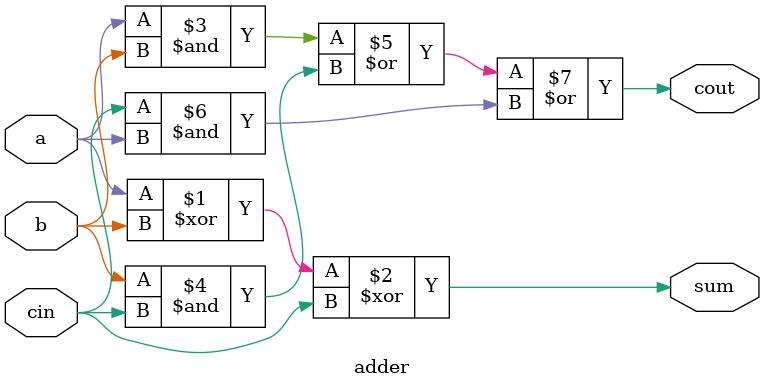
<source format=v>
module top_module( 
    input [2:0] a, b,
    input cin,
    output [2:0] cout,
    output [2:0] sum );
    adder inst0(a[0],b[0],cin,sum[0],cout[0]);
    adder inst1(a[1],b[1],cout[0],sum[1],cout[1]);
    adder inst2(a[2],b[2],cout[1],sum[2],cout[2]);
endmodule
module adder(input a, b, cin,output sum, cout );
	assign sum=a^b^cin;
    assign cout=a&b|b&cin|cin&a;
endmodule

</source>
